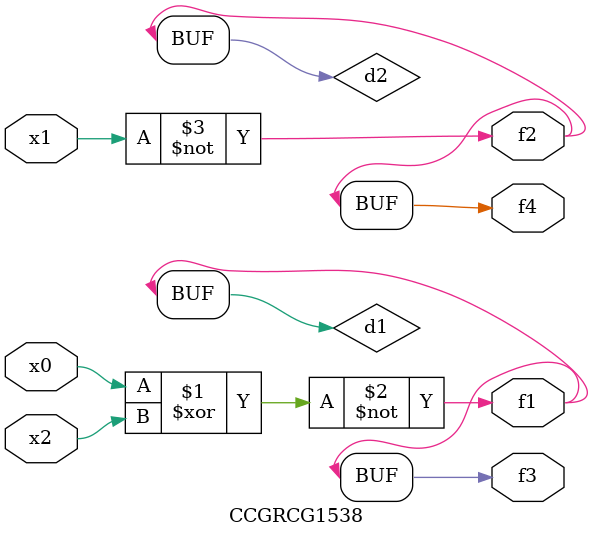
<source format=v>
module CCGRCG1538(
	input x0, x1, x2,
	output f1, f2, f3, f4
);

	wire d1, d2, d3;

	xnor (d1, x0, x2);
	nand (d2, x1);
	nor (d3, x1, x2);
	assign f1 = d1;
	assign f2 = d2;
	assign f3 = d1;
	assign f4 = d2;
endmodule

</source>
